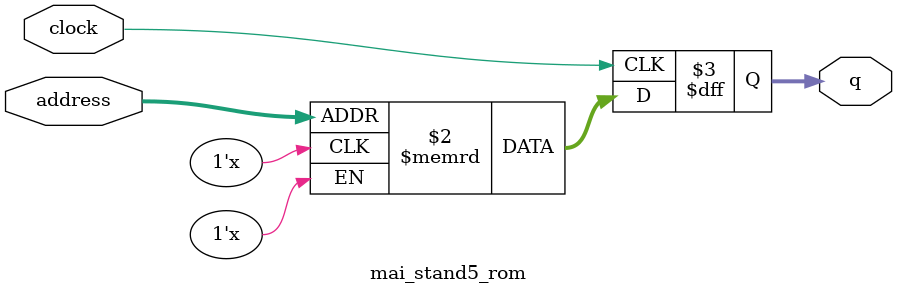
<source format=sv>
module mai_stand5_rom (
	input logic clock,
	input logic [12:0] address,
	output logic [3:0] q
);

logic [3:0] memory [0:7621] /* synthesis ram_init_file = "./mai_stand5/mai_stand5.COE" */;

always_ff @ (posedge clock) begin
	q <= memory[address];
end

endmodule

</source>
